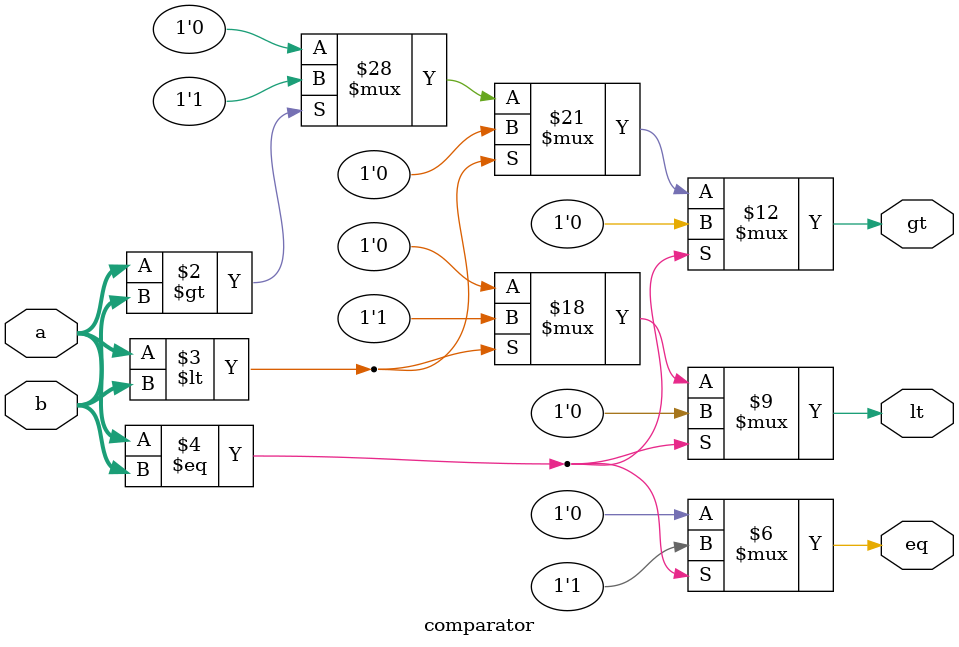
<source format=sv>



module comparator
(
	input wire [15:0] a,
	input wire [15:0] b,
	output reg gt,
	output reg lt,
	output reg eq
);

	//reg gte;
	///reg lte;
	//reg GT, LT, EQ;

	always @ (a, b) begin: COM
		gt = 0;
		lt = 0;
		eq = 0;
		if (a > b) begin
			gt = 1'b1;
			lt = 1'b0;
			eq = 1'b0;
		end
		if(a < b) begin
			gt = 1'b0;
			lt = 1'b1;
			eq = 1'b0;
		end
		if(a == b) begin
			gt = 1'b0;
			lt = 1'b0;
			eq = 1'b1;
		end
	end
//assign gt = GT;
//assign lt = LT;
//assign eq = EQ;
endmodule
</source>
